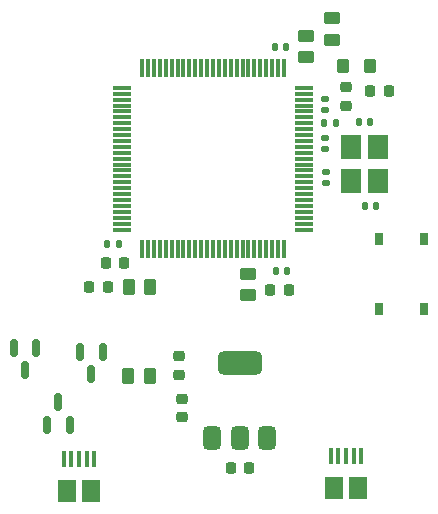
<source format=gbr>
%TF.GenerationSoftware,KiCad,Pcbnew,9.0.0*%
%TF.CreationDate,2025-03-28T00:35:08-07:00*%
%TF.ProjectId,stm32f429vit6_v1,73746d33-3266-4343-9239-766974365f76,rev?*%
%TF.SameCoordinates,Original*%
%TF.FileFunction,Paste,Top*%
%TF.FilePolarity,Positive*%
%FSLAX46Y46*%
G04 Gerber Fmt 4.6, Leading zero omitted, Abs format (unit mm)*
G04 Created by KiCad (PCBNEW 9.0.0) date 2025-03-28 00:35:08*
%MOMM*%
%LPD*%
G01*
G04 APERTURE LIST*
G04 Aperture macros list*
%AMRoundRect*
0 Rectangle with rounded corners*
0 $1 Rounding radius*
0 $2 $3 $4 $5 $6 $7 $8 $9 X,Y pos of 4 corners*
0 Add a 4 corners polygon primitive as box body*
4,1,4,$2,$3,$4,$5,$6,$7,$8,$9,$2,$3,0*
0 Add four circle primitives for the rounded corners*
1,1,$1+$1,$2,$3*
1,1,$1+$1,$4,$5*
1,1,$1+$1,$6,$7*
1,1,$1+$1,$8,$9*
0 Add four rect primitives between the rounded corners*
20,1,$1+$1,$2,$3,$4,$5,0*
20,1,$1+$1,$4,$5,$6,$7,0*
20,1,$1+$1,$6,$7,$8,$9,0*
20,1,$1+$1,$8,$9,$2,$3,0*%
G04 Aperture macros list end*
%ADD10RoundRect,0.150000X-0.150000X0.587500X-0.150000X-0.587500X0.150000X-0.587500X0.150000X0.587500X0*%
%ADD11RoundRect,0.150000X0.150000X-0.587500X0.150000X0.587500X-0.150000X0.587500X-0.150000X-0.587500X0*%
%ADD12RoundRect,0.218750X-0.218750X-0.256250X0.218750X-0.256250X0.218750X0.256250X-0.218750X0.256250X0*%
%ADD13RoundRect,0.140000X-0.170000X0.140000X-0.170000X-0.140000X0.170000X-0.140000X0.170000X0.140000X0*%
%ADD14RoundRect,0.225000X-0.250000X0.225000X-0.250000X-0.225000X0.250000X-0.225000X0.250000X0.225000X0*%
%ADD15R,0.750000X1.000000*%
%ADD16RoundRect,0.250000X0.450000X-0.262500X0.450000X0.262500X-0.450000X0.262500X-0.450000X-0.262500X0*%
%ADD17R,0.400000X1.350000*%
%ADD18R,1.500000X1.900000*%
%ADD19RoundRect,0.140000X0.140000X0.170000X-0.140000X0.170000X-0.140000X-0.170000X0.140000X-0.170000X0*%
%ADD20RoundRect,0.250000X-0.262500X-0.450000X0.262500X-0.450000X0.262500X0.450000X-0.262500X0.450000X0*%
%ADD21R,1.800000X2.100000*%
%ADD22RoundRect,0.225000X0.225000X0.250000X-0.225000X0.250000X-0.225000X-0.250000X0.225000X-0.250000X0*%
%ADD23RoundRect,0.218750X0.256250X-0.218750X0.256250X0.218750X-0.256250X0.218750X-0.256250X-0.218750X0*%
%ADD24RoundRect,0.140000X-0.140000X-0.170000X0.140000X-0.170000X0.140000X0.170000X-0.140000X0.170000X0*%
%ADD25RoundRect,0.225000X-0.225000X-0.250000X0.225000X-0.250000X0.225000X0.250000X-0.225000X0.250000X0*%
%ADD26RoundRect,0.375000X0.375000X-0.625000X0.375000X0.625000X-0.375000X0.625000X-0.375000X-0.625000X0*%
%ADD27RoundRect,0.500000X1.400000X-0.500000X1.400000X0.500000X-1.400000X0.500000X-1.400000X-0.500000X0*%
%ADD28RoundRect,0.250000X-0.275000X-0.350000X0.275000X-0.350000X0.275000X0.350000X-0.275000X0.350000X0*%
%ADD29RoundRect,0.250000X0.262500X0.450000X-0.262500X0.450000X-0.262500X-0.450000X0.262500X-0.450000X0*%
%ADD30RoundRect,0.075000X0.725000X0.075000X-0.725000X0.075000X-0.725000X-0.075000X0.725000X-0.075000X0*%
%ADD31RoundRect,0.075000X0.075000X0.725000X-0.075000X0.725000X-0.075000X-0.725000X0.075000X-0.725000X0*%
G04 APERTURE END LIST*
D10*
%TO.C,D4*%
X172600000Y-94150000D03*
X171650000Y-92275000D03*
X173550000Y-92275000D03*
%TD*%
D11*
%TO.C,D3*%
X169800000Y-96525000D03*
X170750000Y-98400000D03*
X168850000Y-98400000D03*
%TD*%
D10*
%TO.C,D2*%
X167000000Y-93800000D03*
X166050000Y-91925000D03*
X167950000Y-91925000D03*
%TD*%
D12*
%TO.C,D5*%
X174000000Y-86750000D03*
X172425000Y-86750000D03*
%TD*%
D13*
%TO.C,C9*%
X192500000Y-77020000D03*
X192500000Y-77980000D03*
%TD*%
D14*
%TO.C,C13*%
X180250000Y-96200000D03*
X180250000Y-97750000D03*
%TD*%
D15*
%TO.C,SW1*%
X196975000Y-88650000D03*
X196975000Y-82650000D03*
X200725000Y-88650000D03*
X200725000Y-82650000D03*
%TD*%
D16*
%TO.C,R3*%
X193000000Y-65812500D03*
X193000000Y-63987500D03*
%TD*%
D17*
%TO.C,J2*%
X170250000Y-101287500D03*
X170900000Y-101287500D03*
X171550000Y-101287500D03*
X172200000Y-101287500D03*
X172850000Y-101287500D03*
D18*
X170550000Y-103987500D03*
X172550000Y-103987500D03*
%TD*%
D19*
%TO.C,C15*%
X196700000Y-79930000D03*
X195740000Y-79930000D03*
%TD*%
D16*
%TO.C,R2*%
X185850000Y-87462500D03*
X185850000Y-85637500D03*
%TD*%
D20*
%TO.C,R5*%
X175750000Y-86750000D03*
X177575000Y-86750000D03*
%TD*%
D21*
%TO.C,Y1*%
X196850000Y-77800000D03*
X196850000Y-74900000D03*
X194550000Y-74900000D03*
X194550000Y-77800000D03*
%TD*%
D14*
%TO.C,C2*%
X194200000Y-69850000D03*
X194200000Y-71400000D03*
%TD*%
D22*
%TO.C,C12*%
X185975000Y-102050000D03*
X184425000Y-102050000D03*
%TD*%
D23*
%TO.C,D1*%
X180050000Y-94187500D03*
X180050000Y-92612500D03*
%TD*%
D13*
%TO.C,C14*%
X192400000Y-74120000D03*
X192400000Y-75080000D03*
%TD*%
D24*
%TO.C,C16*%
X195240000Y-72800000D03*
X196200000Y-72800000D03*
%TD*%
D25*
%TO.C,C18*%
X173825000Y-84700000D03*
X175375000Y-84700000D03*
%TD*%
D17*
%TO.C,J4*%
X192870000Y-101040000D03*
X193520000Y-101040000D03*
X194170000Y-101040000D03*
X194820000Y-101040000D03*
X195470000Y-101040000D03*
D18*
X193170000Y-103740000D03*
X195170000Y-103740000D03*
%TD*%
D26*
%TO.C,U1*%
X182850000Y-99500000D03*
X185150000Y-99500000D03*
D27*
X185150000Y-93200000D03*
D26*
X187450000Y-99500000D03*
%TD*%
D24*
%TO.C,C4*%
X188120000Y-66400000D03*
X189080000Y-66400000D03*
%TD*%
D13*
%TO.C,C1*%
X192400000Y-70820000D03*
X192400000Y-71780000D03*
%TD*%
D19*
%TO.C,C7*%
X189160000Y-85400000D03*
X188200000Y-85400000D03*
%TD*%
%TO.C,C6*%
X174900000Y-83100000D03*
X173940000Y-83100000D03*
%TD*%
D24*
%TO.C,C10*%
X192320000Y-72900000D03*
X193280000Y-72900000D03*
%TD*%
D25*
%TO.C,C3*%
X196225000Y-70200000D03*
X197775000Y-70200000D03*
%TD*%
D28*
%TO.C,FB1*%
X193900000Y-68050000D03*
X196200000Y-68050000D03*
%TD*%
D22*
%TO.C,C11*%
X189300000Y-87050000D03*
X187750000Y-87050000D03*
%TD*%
D16*
%TO.C,R4*%
X190800000Y-67300000D03*
X190800000Y-65475000D03*
%TD*%
D29*
%TO.C,R1*%
X177525000Y-94300000D03*
X175700000Y-94300000D03*
%TD*%
D30*
%TO.C,U2*%
X190575000Y-81890000D03*
X190575000Y-81390000D03*
X190575000Y-80890000D03*
X190575000Y-80390000D03*
X190575000Y-79890000D03*
X190575000Y-79390000D03*
X190575000Y-78890000D03*
X190575000Y-78390000D03*
X190575000Y-77890000D03*
X190575000Y-77390000D03*
X190575000Y-76890000D03*
X190575000Y-76390000D03*
X190575000Y-75890000D03*
X190575000Y-75390000D03*
X190575000Y-74890000D03*
X190575000Y-74390000D03*
X190575000Y-73890000D03*
X190575000Y-73390000D03*
X190575000Y-72890000D03*
X190575000Y-72390000D03*
X190575000Y-71890000D03*
X190575000Y-71390000D03*
X190575000Y-70890000D03*
X190575000Y-70390000D03*
X190575000Y-69890000D03*
D31*
X188900000Y-68215000D03*
X188400000Y-68215000D03*
X187900000Y-68215000D03*
X187400000Y-68215000D03*
X186900000Y-68215000D03*
X186400000Y-68215000D03*
X185900000Y-68215000D03*
X185400000Y-68215000D03*
X184900000Y-68215000D03*
X184400000Y-68215000D03*
X183900000Y-68215000D03*
X183400000Y-68215000D03*
X182900000Y-68215000D03*
X182400000Y-68215000D03*
X181900000Y-68215000D03*
X181400000Y-68215000D03*
X180900000Y-68215000D03*
X180400000Y-68215000D03*
X179900000Y-68215000D03*
X179400000Y-68215000D03*
X178900000Y-68215000D03*
X178400000Y-68215000D03*
X177900000Y-68215000D03*
X177400000Y-68215000D03*
X176900000Y-68215000D03*
D30*
X175225000Y-69890000D03*
X175225000Y-70390000D03*
X175225000Y-70890000D03*
X175225000Y-71390000D03*
X175225000Y-71890000D03*
X175225000Y-72390000D03*
X175225000Y-72890000D03*
X175225000Y-73390000D03*
X175225000Y-73890000D03*
X175225000Y-74390000D03*
X175225000Y-74890000D03*
X175225000Y-75390000D03*
X175225000Y-75890000D03*
X175225000Y-76390000D03*
X175225000Y-76890000D03*
X175225000Y-77390000D03*
X175225000Y-77890000D03*
X175225000Y-78390000D03*
X175225000Y-78890000D03*
X175225000Y-79390000D03*
X175225000Y-79890000D03*
X175225000Y-80390000D03*
X175225000Y-80890000D03*
X175225000Y-81390000D03*
X175225000Y-81890000D03*
D31*
X176900000Y-83565000D03*
X177400000Y-83565000D03*
X177900000Y-83565000D03*
X178400000Y-83565000D03*
X178900000Y-83565000D03*
X179400000Y-83565000D03*
X179900000Y-83565000D03*
X180400000Y-83565000D03*
X180900000Y-83565000D03*
X181400000Y-83565000D03*
X181900000Y-83565000D03*
X182400000Y-83565000D03*
X182900000Y-83565000D03*
X183400000Y-83565000D03*
X183900000Y-83565000D03*
X184400000Y-83565000D03*
X184900000Y-83565000D03*
X185400000Y-83565000D03*
X185900000Y-83565000D03*
X186400000Y-83565000D03*
X186900000Y-83565000D03*
X187400000Y-83565000D03*
X187900000Y-83565000D03*
X188400000Y-83565000D03*
X188900000Y-83565000D03*
%TD*%
M02*

</source>
